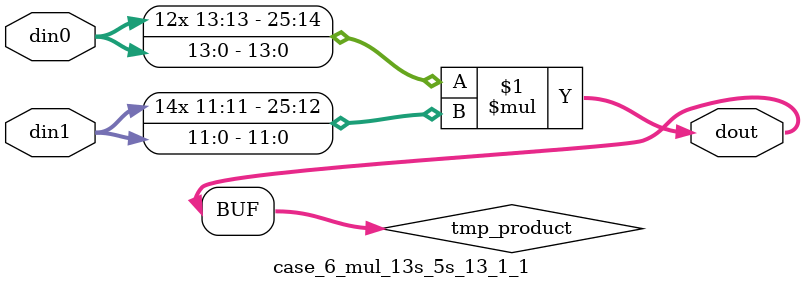
<source format=v>

`timescale 1 ns / 1 ps

 module case_6_mul_13s_5s_13_1_1(din0, din1, dout);
parameter ID = 1;
parameter NUM_STAGE = 0;
parameter din0_WIDTH = 14;
parameter din1_WIDTH = 12;
parameter dout_WIDTH = 26;

input [din0_WIDTH - 1 : 0] din0; 
input [din1_WIDTH - 1 : 0] din1; 
output [dout_WIDTH - 1 : 0] dout;

wire signed [dout_WIDTH - 1 : 0] tmp_product;



























assign tmp_product = $signed(din0) * $signed(din1);








assign dout = tmp_product;





















endmodule

</source>
